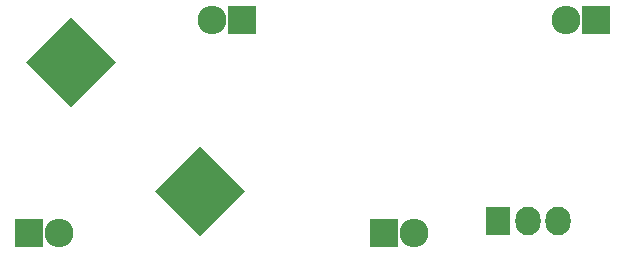
<source format=gbr>
G04 #@! TF.FileFunction,Soldermask,Bot*
%FSLAX46Y46*%
G04 Gerber Fmt 4.6, Leading zero omitted, Abs format (unit mm)*
G04 Created by KiCad (PCBNEW 4.0.4-stable) date 12/28/16 17:41:51*
%MOMM*%
%LPD*%
G01*
G04 APERTURE LIST*
%ADD10C,0.100000*%
%ADD11R,2.432000X2.432000*%
%ADD12O,2.432000X2.432000*%
%ADD13R,2.127200X2.432000*%
%ADD14O,2.127200X2.432000*%
G04 APERTURE END LIST*
D10*
D11*
X91000000Y-109000000D03*
D12*
X93540000Y-109000000D03*
D10*
G36*
X101636623Y-105455000D02*
X105455000Y-101636623D01*
X109273377Y-105455000D01*
X105455000Y-109273377D01*
X101636623Y-105455000D01*
X101636623Y-105455000D01*
G37*
G36*
X90726623Y-94545000D02*
X94545000Y-90726623D01*
X98363377Y-94545000D01*
X94545000Y-98363377D01*
X90726623Y-94545000D01*
X90726623Y-94545000D01*
G37*
D11*
X109000000Y-91000000D03*
D12*
X106460000Y-91000000D03*
D13*
X130660000Y-108000000D03*
D14*
X133200000Y-108000000D03*
X135740000Y-108000000D03*
D11*
X121000000Y-109000000D03*
D12*
X123540000Y-109000000D03*
D11*
X139000000Y-91000000D03*
D12*
X136460000Y-91000000D03*
M02*

</source>
